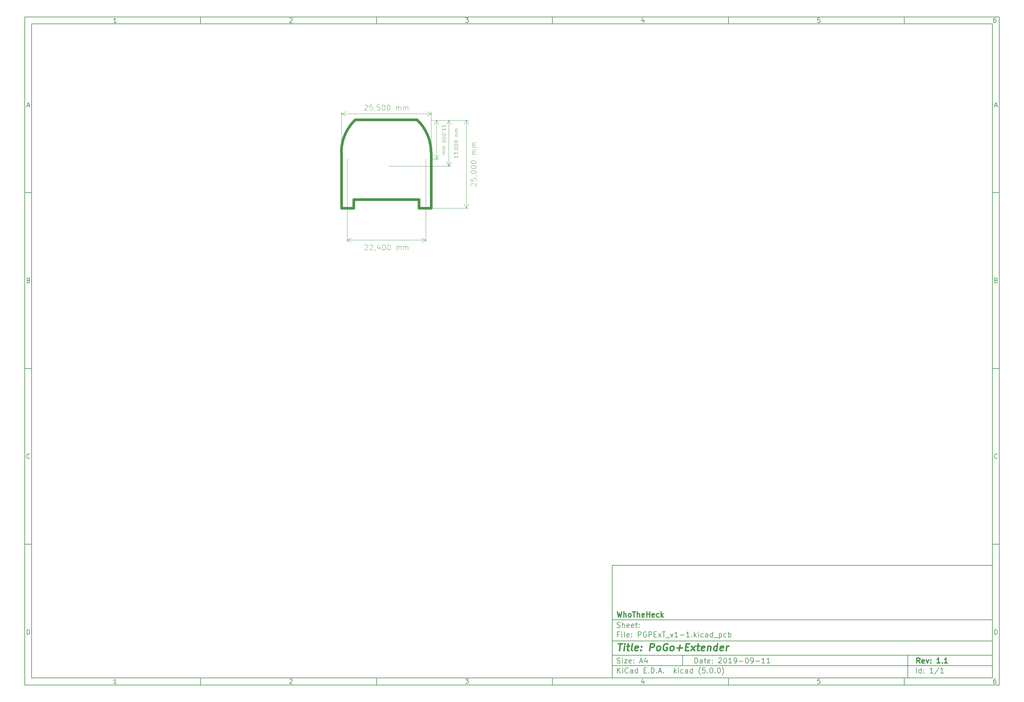
<source format=gbr>
G04 #@! TF.GenerationSoftware,KiCad,Pcbnew,(5.0.0)*
G04 #@! TF.CreationDate,2020-05-01T19:32:20+02:00*
G04 #@! TF.ProjectId,PGPExT_v1-1,5047504578545F76312D312E6B696361,1.1*
G04 #@! TF.SameCoordinates,Original*
G04 #@! TF.FileFunction,Drawing*
%FSLAX46Y46*%
G04 Gerber Fmt 4.6, Leading zero omitted, Abs format (unit mm)*
G04 Created by KiCad (PCBNEW (5.0.0)) date 05/01/20 19:32:20*
%MOMM*%
%LPD*%
G01*
G04 APERTURE LIST*
%ADD10C,0.100000*%
%ADD11C,0.150000*%
%ADD12C,0.300000*%
%ADD13C,0.400000*%
%ADD14C,0.800000*%
G04 APERTURE END LIST*
D10*
D11*
X177002200Y-166007200D02*
X177002200Y-198007200D01*
X285002200Y-198007200D01*
X285002200Y-166007200D01*
X177002200Y-166007200D01*
D10*
D11*
X10000000Y-10000000D02*
X10000000Y-200007200D01*
X287002200Y-200007200D01*
X287002200Y-10000000D01*
X10000000Y-10000000D01*
D10*
D11*
X12000000Y-12000000D02*
X12000000Y-198007200D01*
X285002200Y-198007200D01*
X285002200Y-12000000D01*
X12000000Y-12000000D01*
D10*
D11*
X60000000Y-12000000D02*
X60000000Y-10000000D01*
D10*
D11*
X110000000Y-12000000D02*
X110000000Y-10000000D01*
D10*
D11*
X160000000Y-12000000D02*
X160000000Y-10000000D01*
D10*
D11*
X210000000Y-12000000D02*
X210000000Y-10000000D01*
D10*
D11*
X260000000Y-12000000D02*
X260000000Y-10000000D01*
D10*
D11*
X36065476Y-11588095D02*
X35322619Y-11588095D01*
X35694047Y-11588095D02*
X35694047Y-10288095D01*
X35570238Y-10473809D01*
X35446428Y-10597619D01*
X35322619Y-10659523D01*
D10*
D11*
X85322619Y-10411904D02*
X85384523Y-10350000D01*
X85508333Y-10288095D01*
X85817857Y-10288095D01*
X85941666Y-10350000D01*
X86003571Y-10411904D01*
X86065476Y-10535714D01*
X86065476Y-10659523D01*
X86003571Y-10845238D01*
X85260714Y-11588095D01*
X86065476Y-11588095D01*
D10*
D11*
X135260714Y-10288095D02*
X136065476Y-10288095D01*
X135632142Y-10783333D01*
X135817857Y-10783333D01*
X135941666Y-10845238D01*
X136003571Y-10907142D01*
X136065476Y-11030952D01*
X136065476Y-11340476D01*
X136003571Y-11464285D01*
X135941666Y-11526190D01*
X135817857Y-11588095D01*
X135446428Y-11588095D01*
X135322619Y-11526190D01*
X135260714Y-11464285D01*
D10*
D11*
X185941666Y-10721428D02*
X185941666Y-11588095D01*
X185632142Y-10226190D02*
X185322619Y-11154761D01*
X186127380Y-11154761D01*
D10*
D11*
X236003571Y-10288095D02*
X235384523Y-10288095D01*
X235322619Y-10907142D01*
X235384523Y-10845238D01*
X235508333Y-10783333D01*
X235817857Y-10783333D01*
X235941666Y-10845238D01*
X236003571Y-10907142D01*
X236065476Y-11030952D01*
X236065476Y-11340476D01*
X236003571Y-11464285D01*
X235941666Y-11526190D01*
X235817857Y-11588095D01*
X235508333Y-11588095D01*
X235384523Y-11526190D01*
X235322619Y-11464285D01*
D10*
D11*
X285941666Y-10288095D02*
X285694047Y-10288095D01*
X285570238Y-10350000D01*
X285508333Y-10411904D01*
X285384523Y-10597619D01*
X285322619Y-10845238D01*
X285322619Y-11340476D01*
X285384523Y-11464285D01*
X285446428Y-11526190D01*
X285570238Y-11588095D01*
X285817857Y-11588095D01*
X285941666Y-11526190D01*
X286003571Y-11464285D01*
X286065476Y-11340476D01*
X286065476Y-11030952D01*
X286003571Y-10907142D01*
X285941666Y-10845238D01*
X285817857Y-10783333D01*
X285570238Y-10783333D01*
X285446428Y-10845238D01*
X285384523Y-10907142D01*
X285322619Y-11030952D01*
D10*
D11*
X60000000Y-198007200D02*
X60000000Y-200007200D01*
D10*
D11*
X110000000Y-198007200D02*
X110000000Y-200007200D01*
D10*
D11*
X160000000Y-198007200D02*
X160000000Y-200007200D01*
D10*
D11*
X210000000Y-198007200D02*
X210000000Y-200007200D01*
D10*
D11*
X260000000Y-198007200D02*
X260000000Y-200007200D01*
D10*
D11*
X36065476Y-199595295D02*
X35322619Y-199595295D01*
X35694047Y-199595295D02*
X35694047Y-198295295D01*
X35570238Y-198481009D01*
X35446428Y-198604819D01*
X35322619Y-198666723D01*
D10*
D11*
X85322619Y-198419104D02*
X85384523Y-198357200D01*
X85508333Y-198295295D01*
X85817857Y-198295295D01*
X85941666Y-198357200D01*
X86003571Y-198419104D01*
X86065476Y-198542914D01*
X86065476Y-198666723D01*
X86003571Y-198852438D01*
X85260714Y-199595295D01*
X86065476Y-199595295D01*
D10*
D11*
X135260714Y-198295295D02*
X136065476Y-198295295D01*
X135632142Y-198790533D01*
X135817857Y-198790533D01*
X135941666Y-198852438D01*
X136003571Y-198914342D01*
X136065476Y-199038152D01*
X136065476Y-199347676D01*
X136003571Y-199471485D01*
X135941666Y-199533390D01*
X135817857Y-199595295D01*
X135446428Y-199595295D01*
X135322619Y-199533390D01*
X135260714Y-199471485D01*
D10*
D11*
X185941666Y-198728628D02*
X185941666Y-199595295D01*
X185632142Y-198233390D02*
X185322619Y-199161961D01*
X186127380Y-199161961D01*
D10*
D11*
X236003571Y-198295295D02*
X235384523Y-198295295D01*
X235322619Y-198914342D01*
X235384523Y-198852438D01*
X235508333Y-198790533D01*
X235817857Y-198790533D01*
X235941666Y-198852438D01*
X236003571Y-198914342D01*
X236065476Y-199038152D01*
X236065476Y-199347676D01*
X236003571Y-199471485D01*
X235941666Y-199533390D01*
X235817857Y-199595295D01*
X235508333Y-199595295D01*
X235384523Y-199533390D01*
X235322619Y-199471485D01*
D10*
D11*
X285941666Y-198295295D02*
X285694047Y-198295295D01*
X285570238Y-198357200D01*
X285508333Y-198419104D01*
X285384523Y-198604819D01*
X285322619Y-198852438D01*
X285322619Y-199347676D01*
X285384523Y-199471485D01*
X285446428Y-199533390D01*
X285570238Y-199595295D01*
X285817857Y-199595295D01*
X285941666Y-199533390D01*
X286003571Y-199471485D01*
X286065476Y-199347676D01*
X286065476Y-199038152D01*
X286003571Y-198914342D01*
X285941666Y-198852438D01*
X285817857Y-198790533D01*
X285570238Y-198790533D01*
X285446428Y-198852438D01*
X285384523Y-198914342D01*
X285322619Y-199038152D01*
D10*
D11*
X10000000Y-60000000D02*
X12000000Y-60000000D01*
D10*
D11*
X10000000Y-110000000D02*
X12000000Y-110000000D01*
D10*
D11*
X10000000Y-160000000D02*
X12000000Y-160000000D01*
D10*
D11*
X10690476Y-35216666D02*
X11309523Y-35216666D01*
X10566666Y-35588095D02*
X11000000Y-34288095D01*
X11433333Y-35588095D01*
D10*
D11*
X11092857Y-84907142D02*
X11278571Y-84969047D01*
X11340476Y-85030952D01*
X11402380Y-85154761D01*
X11402380Y-85340476D01*
X11340476Y-85464285D01*
X11278571Y-85526190D01*
X11154761Y-85588095D01*
X10659523Y-85588095D01*
X10659523Y-84288095D01*
X11092857Y-84288095D01*
X11216666Y-84350000D01*
X11278571Y-84411904D01*
X11340476Y-84535714D01*
X11340476Y-84659523D01*
X11278571Y-84783333D01*
X11216666Y-84845238D01*
X11092857Y-84907142D01*
X10659523Y-84907142D01*
D10*
D11*
X11402380Y-135464285D02*
X11340476Y-135526190D01*
X11154761Y-135588095D01*
X11030952Y-135588095D01*
X10845238Y-135526190D01*
X10721428Y-135402380D01*
X10659523Y-135278571D01*
X10597619Y-135030952D01*
X10597619Y-134845238D01*
X10659523Y-134597619D01*
X10721428Y-134473809D01*
X10845238Y-134350000D01*
X11030952Y-134288095D01*
X11154761Y-134288095D01*
X11340476Y-134350000D01*
X11402380Y-134411904D01*
D10*
D11*
X10659523Y-185588095D02*
X10659523Y-184288095D01*
X10969047Y-184288095D01*
X11154761Y-184350000D01*
X11278571Y-184473809D01*
X11340476Y-184597619D01*
X11402380Y-184845238D01*
X11402380Y-185030952D01*
X11340476Y-185278571D01*
X11278571Y-185402380D01*
X11154761Y-185526190D01*
X10969047Y-185588095D01*
X10659523Y-185588095D01*
D10*
D11*
X287002200Y-60000000D02*
X285002200Y-60000000D01*
D10*
D11*
X287002200Y-110000000D02*
X285002200Y-110000000D01*
D10*
D11*
X287002200Y-160000000D02*
X285002200Y-160000000D01*
D10*
D11*
X285692676Y-35216666D02*
X286311723Y-35216666D01*
X285568866Y-35588095D02*
X286002200Y-34288095D01*
X286435533Y-35588095D01*
D10*
D11*
X286095057Y-84907142D02*
X286280771Y-84969047D01*
X286342676Y-85030952D01*
X286404580Y-85154761D01*
X286404580Y-85340476D01*
X286342676Y-85464285D01*
X286280771Y-85526190D01*
X286156961Y-85588095D01*
X285661723Y-85588095D01*
X285661723Y-84288095D01*
X286095057Y-84288095D01*
X286218866Y-84350000D01*
X286280771Y-84411904D01*
X286342676Y-84535714D01*
X286342676Y-84659523D01*
X286280771Y-84783333D01*
X286218866Y-84845238D01*
X286095057Y-84907142D01*
X285661723Y-84907142D01*
D10*
D11*
X286404580Y-135464285D02*
X286342676Y-135526190D01*
X286156961Y-135588095D01*
X286033152Y-135588095D01*
X285847438Y-135526190D01*
X285723628Y-135402380D01*
X285661723Y-135278571D01*
X285599819Y-135030952D01*
X285599819Y-134845238D01*
X285661723Y-134597619D01*
X285723628Y-134473809D01*
X285847438Y-134350000D01*
X286033152Y-134288095D01*
X286156961Y-134288095D01*
X286342676Y-134350000D01*
X286404580Y-134411904D01*
D10*
D11*
X285661723Y-185588095D02*
X285661723Y-184288095D01*
X285971247Y-184288095D01*
X286156961Y-184350000D01*
X286280771Y-184473809D01*
X286342676Y-184597619D01*
X286404580Y-184845238D01*
X286404580Y-185030952D01*
X286342676Y-185278571D01*
X286280771Y-185402380D01*
X286156961Y-185526190D01*
X285971247Y-185588095D01*
X285661723Y-185588095D01*
D10*
D11*
X200434342Y-193785771D02*
X200434342Y-192285771D01*
X200791485Y-192285771D01*
X201005771Y-192357200D01*
X201148628Y-192500057D01*
X201220057Y-192642914D01*
X201291485Y-192928628D01*
X201291485Y-193142914D01*
X201220057Y-193428628D01*
X201148628Y-193571485D01*
X201005771Y-193714342D01*
X200791485Y-193785771D01*
X200434342Y-193785771D01*
X202577200Y-193785771D02*
X202577200Y-193000057D01*
X202505771Y-192857200D01*
X202362914Y-192785771D01*
X202077200Y-192785771D01*
X201934342Y-192857200D01*
X202577200Y-193714342D02*
X202434342Y-193785771D01*
X202077200Y-193785771D01*
X201934342Y-193714342D01*
X201862914Y-193571485D01*
X201862914Y-193428628D01*
X201934342Y-193285771D01*
X202077200Y-193214342D01*
X202434342Y-193214342D01*
X202577200Y-193142914D01*
X203077200Y-192785771D02*
X203648628Y-192785771D01*
X203291485Y-192285771D02*
X203291485Y-193571485D01*
X203362914Y-193714342D01*
X203505771Y-193785771D01*
X203648628Y-193785771D01*
X204720057Y-193714342D02*
X204577200Y-193785771D01*
X204291485Y-193785771D01*
X204148628Y-193714342D01*
X204077200Y-193571485D01*
X204077200Y-193000057D01*
X204148628Y-192857200D01*
X204291485Y-192785771D01*
X204577200Y-192785771D01*
X204720057Y-192857200D01*
X204791485Y-193000057D01*
X204791485Y-193142914D01*
X204077200Y-193285771D01*
X205434342Y-193642914D02*
X205505771Y-193714342D01*
X205434342Y-193785771D01*
X205362914Y-193714342D01*
X205434342Y-193642914D01*
X205434342Y-193785771D01*
X205434342Y-192857200D02*
X205505771Y-192928628D01*
X205434342Y-193000057D01*
X205362914Y-192928628D01*
X205434342Y-192857200D01*
X205434342Y-193000057D01*
X207220057Y-192428628D02*
X207291485Y-192357200D01*
X207434342Y-192285771D01*
X207791485Y-192285771D01*
X207934342Y-192357200D01*
X208005771Y-192428628D01*
X208077200Y-192571485D01*
X208077200Y-192714342D01*
X208005771Y-192928628D01*
X207148628Y-193785771D01*
X208077200Y-193785771D01*
X209005771Y-192285771D02*
X209148628Y-192285771D01*
X209291485Y-192357200D01*
X209362914Y-192428628D01*
X209434342Y-192571485D01*
X209505771Y-192857200D01*
X209505771Y-193214342D01*
X209434342Y-193500057D01*
X209362914Y-193642914D01*
X209291485Y-193714342D01*
X209148628Y-193785771D01*
X209005771Y-193785771D01*
X208862914Y-193714342D01*
X208791485Y-193642914D01*
X208720057Y-193500057D01*
X208648628Y-193214342D01*
X208648628Y-192857200D01*
X208720057Y-192571485D01*
X208791485Y-192428628D01*
X208862914Y-192357200D01*
X209005771Y-192285771D01*
X210934342Y-193785771D02*
X210077200Y-193785771D01*
X210505771Y-193785771D02*
X210505771Y-192285771D01*
X210362914Y-192500057D01*
X210220057Y-192642914D01*
X210077200Y-192714342D01*
X211648628Y-193785771D02*
X211934342Y-193785771D01*
X212077200Y-193714342D01*
X212148628Y-193642914D01*
X212291485Y-193428628D01*
X212362914Y-193142914D01*
X212362914Y-192571485D01*
X212291485Y-192428628D01*
X212220057Y-192357200D01*
X212077200Y-192285771D01*
X211791485Y-192285771D01*
X211648628Y-192357200D01*
X211577200Y-192428628D01*
X211505771Y-192571485D01*
X211505771Y-192928628D01*
X211577200Y-193071485D01*
X211648628Y-193142914D01*
X211791485Y-193214342D01*
X212077200Y-193214342D01*
X212220057Y-193142914D01*
X212291485Y-193071485D01*
X212362914Y-192928628D01*
X213005771Y-193214342D02*
X214148628Y-193214342D01*
X215148628Y-192285771D02*
X215291485Y-192285771D01*
X215434342Y-192357200D01*
X215505771Y-192428628D01*
X215577200Y-192571485D01*
X215648628Y-192857200D01*
X215648628Y-193214342D01*
X215577200Y-193500057D01*
X215505771Y-193642914D01*
X215434342Y-193714342D01*
X215291485Y-193785771D01*
X215148628Y-193785771D01*
X215005771Y-193714342D01*
X214934342Y-193642914D01*
X214862914Y-193500057D01*
X214791485Y-193214342D01*
X214791485Y-192857200D01*
X214862914Y-192571485D01*
X214934342Y-192428628D01*
X215005771Y-192357200D01*
X215148628Y-192285771D01*
X216362914Y-193785771D02*
X216648628Y-193785771D01*
X216791485Y-193714342D01*
X216862914Y-193642914D01*
X217005771Y-193428628D01*
X217077200Y-193142914D01*
X217077200Y-192571485D01*
X217005771Y-192428628D01*
X216934342Y-192357200D01*
X216791485Y-192285771D01*
X216505771Y-192285771D01*
X216362914Y-192357200D01*
X216291485Y-192428628D01*
X216220057Y-192571485D01*
X216220057Y-192928628D01*
X216291485Y-193071485D01*
X216362914Y-193142914D01*
X216505771Y-193214342D01*
X216791485Y-193214342D01*
X216934342Y-193142914D01*
X217005771Y-193071485D01*
X217077200Y-192928628D01*
X217720057Y-193214342D02*
X218862914Y-193214342D01*
X220362914Y-193785771D02*
X219505771Y-193785771D01*
X219934342Y-193785771D02*
X219934342Y-192285771D01*
X219791485Y-192500057D01*
X219648628Y-192642914D01*
X219505771Y-192714342D01*
X221791485Y-193785771D02*
X220934342Y-193785771D01*
X221362914Y-193785771D02*
X221362914Y-192285771D01*
X221220057Y-192500057D01*
X221077200Y-192642914D01*
X220934342Y-192714342D01*
D10*
D11*
X177002200Y-194507200D02*
X285002200Y-194507200D01*
D10*
D11*
X178434342Y-196585771D02*
X178434342Y-195085771D01*
X179291485Y-196585771D02*
X178648628Y-195728628D01*
X179291485Y-195085771D02*
X178434342Y-195942914D01*
X179934342Y-196585771D02*
X179934342Y-195585771D01*
X179934342Y-195085771D02*
X179862914Y-195157200D01*
X179934342Y-195228628D01*
X180005771Y-195157200D01*
X179934342Y-195085771D01*
X179934342Y-195228628D01*
X181505771Y-196442914D02*
X181434342Y-196514342D01*
X181220057Y-196585771D01*
X181077200Y-196585771D01*
X180862914Y-196514342D01*
X180720057Y-196371485D01*
X180648628Y-196228628D01*
X180577200Y-195942914D01*
X180577200Y-195728628D01*
X180648628Y-195442914D01*
X180720057Y-195300057D01*
X180862914Y-195157200D01*
X181077200Y-195085771D01*
X181220057Y-195085771D01*
X181434342Y-195157200D01*
X181505771Y-195228628D01*
X182791485Y-196585771D02*
X182791485Y-195800057D01*
X182720057Y-195657200D01*
X182577200Y-195585771D01*
X182291485Y-195585771D01*
X182148628Y-195657200D01*
X182791485Y-196514342D02*
X182648628Y-196585771D01*
X182291485Y-196585771D01*
X182148628Y-196514342D01*
X182077200Y-196371485D01*
X182077200Y-196228628D01*
X182148628Y-196085771D01*
X182291485Y-196014342D01*
X182648628Y-196014342D01*
X182791485Y-195942914D01*
X184148628Y-196585771D02*
X184148628Y-195085771D01*
X184148628Y-196514342D02*
X184005771Y-196585771D01*
X183720057Y-196585771D01*
X183577200Y-196514342D01*
X183505771Y-196442914D01*
X183434342Y-196300057D01*
X183434342Y-195871485D01*
X183505771Y-195728628D01*
X183577200Y-195657200D01*
X183720057Y-195585771D01*
X184005771Y-195585771D01*
X184148628Y-195657200D01*
X186005771Y-195800057D02*
X186505771Y-195800057D01*
X186720057Y-196585771D02*
X186005771Y-196585771D01*
X186005771Y-195085771D01*
X186720057Y-195085771D01*
X187362914Y-196442914D02*
X187434342Y-196514342D01*
X187362914Y-196585771D01*
X187291485Y-196514342D01*
X187362914Y-196442914D01*
X187362914Y-196585771D01*
X188077200Y-196585771D02*
X188077200Y-195085771D01*
X188434342Y-195085771D01*
X188648628Y-195157200D01*
X188791485Y-195300057D01*
X188862914Y-195442914D01*
X188934342Y-195728628D01*
X188934342Y-195942914D01*
X188862914Y-196228628D01*
X188791485Y-196371485D01*
X188648628Y-196514342D01*
X188434342Y-196585771D01*
X188077200Y-196585771D01*
X189577200Y-196442914D02*
X189648628Y-196514342D01*
X189577200Y-196585771D01*
X189505771Y-196514342D01*
X189577200Y-196442914D01*
X189577200Y-196585771D01*
X190220057Y-196157200D02*
X190934342Y-196157200D01*
X190077200Y-196585771D02*
X190577200Y-195085771D01*
X191077200Y-196585771D01*
X191577200Y-196442914D02*
X191648628Y-196514342D01*
X191577200Y-196585771D01*
X191505771Y-196514342D01*
X191577200Y-196442914D01*
X191577200Y-196585771D01*
X194577200Y-196585771D02*
X194577200Y-195085771D01*
X194720057Y-196014342D02*
X195148628Y-196585771D01*
X195148628Y-195585771D02*
X194577200Y-196157200D01*
X195791485Y-196585771D02*
X195791485Y-195585771D01*
X195791485Y-195085771D02*
X195720057Y-195157200D01*
X195791485Y-195228628D01*
X195862914Y-195157200D01*
X195791485Y-195085771D01*
X195791485Y-195228628D01*
X197148628Y-196514342D02*
X197005771Y-196585771D01*
X196720057Y-196585771D01*
X196577200Y-196514342D01*
X196505771Y-196442914D01*
X196434342Y-196300057D01*
X196434342Y-195871485D01*
X196505771Y-195728628D01*
X196577200Y-195657200D01*
X196720057Y-195585771D01*
X197005771Y-195585771D01*
X197148628Y-195657200D01*
X198434342Y-196585771D02*
X198434342Y-195800057D01*
X198362914Y-195657200D01*
X198220057Y-195585771D01*
X197934342Y-195585771D01*
X197791485Y-195657200D01*
X198434342Y-196514342D02*
X198291485Y-196585771D01*
X197934342Y-196585771D01*
X197791485Y-196514342D01*
X197720057Y-196371485D01*
X197720057Y-196228628D01*
X197791485Y-196085771D01*
X197934342Y-196014342D01*
X198291485Y-196014342D01*
X198434342Y-195942914D01*
X199791485Y-196585771D02*
X199791485Y-195085771D01*
X199791485Y-196514342D02*
X199648628Y-196585771D01*
X199362914Y-196585771D01*
X199220057Y-196514342D01*
X199148628Y-196442914D01*
X199077200Y-196300057D01*
X199077200Y-195871485D01*
X199148628Y-195728628D01*
X199220057Y-195657200D01*
X199362914Y-195585771D01*
X199648628Y-195585771D01*
X199791485Y-195657200D01*
X202077200Y-197157200D02*
X202005771Y-197085771D01*
X201862914Y-196871485D01*
X201791485Y-196728628D01*
X201720057Y-196514342D01*
X201648628Y-196157200D01*
X201648628Y-195871485D01*
X201720057Y-195514342D01*
X201791485Y-195300057D01*
X201862914Y-195157200D01*
X202005771Y-194942914D01*
X202077200Y-194871485D01*
X203362914Y-195085771D02*
X202648628Y-195085771D01*
X202577200Y-195800057D01*
X202648628Y-195728628D01*
X202791485Y-195657200D01*
X203148628Y-195657200D01*
X203291485Y-195728628D01*
X203362914Y-195800057D01*
X203434342Y-195942914D01*
X203434342Y-196300057D01*
X203362914Y-196442914D01*
X203291485Y-196514342D01*
X203148628Y-196585771D01*
X202791485Y-196585771D01*
X202648628Y-196514342D01*
X202577200Y-196442914D01*
X204077200Y-196442914D02*
X204148628Y-196514342D01*
X204077200Y-196585771D01*
X204005771Y-196514342D01*
X204077200Y-196442914D01*
X204077200Y-196585771D01*
X205077200Y-195085771D02*
X205220057Y-195085771D01*
X205362914Y-195157200D01*
X205434342Y-195228628D01*
X205505771Y-195371485D01*
X205577200Y-195657200D01*
X205577200Y-196014342D01*
X205505771Y-196300057D01*
X205434342Y-196442914D01*
X205362914Y-196514342D01*
X205220057Y-196585771D01*
X205077200Y-196585771D01*
X204934342Y-196514342D01*
X204862914Y-196442914D01*
X204791485Y-196300057D01*
X204720057Y-196014342D01*
X204720057Y-195657200D01*
X204791485Y-195371485D01*
X204862914Y-195228628D01*
X204934342Y-195157200D01*
X205077200Y-195085771D01*
X206220057Y-196442914D02*
X206291485Y-196514342D01*
X206220057Y-196585771D01*
X206148628Y-196514342D01*
X206220057Y-196442914D01*
X206220057Y-196585771D01*
X207220057Y-195085771D02*
X207362914Y-195085771D01*
X207505771Y-195157200D01*
X207577200Y-195228628D01*
X207648628Y-195371485D01*
X207720057Y-195657200D01*
X207720057Y-196014342D01*
X207648628Y-196300057D01*
X207577200Y-196442914D01*
X207505771Y-196514342D01*
X207362914Y-196585771D01*
X207220057Y-196585771D01*
X207077200Y-196514342D01*
X207005771Y-196442914D01*
X206934342Y-196300057D01*
X206862914Y-196014342D01*
X206862914Y-195657200D01*
X206934342Y-195371485D01*
X207005771Y-195228628D01*
X207077200Y-195157200D01*
X207220057Y-195085771D01*
X208220057Y-197157200D02*
X208291485Y-197085771D01*
X208434342Y-196871485D01*
X208505771Y-196728628D01*
X208577200Y-196514342D01*
X208648628Y-196157200D01*
X208648628Y-195871485D01*
X208577200Y-195514342D01*
X208505771Y-195300057D01*
X208434342Y-195157200D01*
X208291485Y-194942914D01*
X208220057Y-194871485D01*
D10*
D11*
X177002200Y-191507200D02*
X285002200Y-191507200D01*
D10*
D12*
X264411485Y-193785771D02*
X263911485Y-193071485D01*
X263554342Y-193785771D02*
X263554342Y-192285771D01*
X264125771Y-192285771D01*
X264268628Y-192357200D01*
X264340057Y-192428628D01*
X264411485Y-192571485D01*
X264411485Y-192785771D01*
X264340057Y-192928628D01*
X264268628Y-193000057D01*
X264125771Y-193071485D01*
X263554342Y-193071485D01*
X265625771Y-193714342D02*
X265482914Y-193785771D01*
X265197200Y-193785771D01*
X265054342Y-193714342D01*
X264982914Y-193571485D01*
X264982914Y-193000057D01*
X265054342Y-192857200D01*
X265197200Y-192785771D01*
X265482914Y-192785771D01*
X265625771Y-192857200D01*
X265697200Y-193000057D01*
X265697200Y-193142914D01*
X264982914Y-193285771D01*
X266197200Y-192785771D02*
X266554342Y-193785771D01*
X266911485Y-192785771D01*
X267482914Y-193642914D02*
X267554342Y-193714342D01*
X267482914Y-193785771D01*
X267411485Y-193714342D01*
X267482914Y-193642914D01*
X267482914Y-193785771D01*
X267482914Y-192857200D02*
X267554342Y-192928628D01*
X267482914Y-193000057D01*
X267411485Y-192928628D01*
X267482914Y-192857200D01*
X267482914Y-193000057D01*
X270125771Y-193785771D02*
X269268628Y-193785771D01*
X269697200Y-193785771D02*
X269697200Y-192285771D01*
X269554342Y-192500057D01*
X269411485Y-192642914D01*
X269268628Y-192714342D01*
X270768628Y-193642914D02*
X270840057Y-193714342D01*
X270768628Y-193785771D01*
X270697200Y-193714342D01*
X270768628Y-193642914D01*
X270768628Y-193785771D01*
X272268628Y-193785771D02*
X271411485Y-193785771D01*
X271840057Y-193785771D02*
X271840057Y-192285771D01*
X271697200Y-192500057D01*
X271554342Y-192642914D01*
X271411485Y-192714342D01*
D10*
D11*
X178362914Y-193714342D02*
X178577200Y-193785771D01*
X178934342Y-193785771D01*
X179077200Y-193714342D01*
X179148628Y-193642914D01*
X179220057Y-193500057D01*
X179220057Y-193357200D01*
X179148628Y-193214342D01*
X179077200Y-193142914D01*
X178934342Y-193071485D01*
X178648628Y-193000057D01*
X178505771Y-192928628D01*
X178434342Y-192857200D01*
X178362914Y-192714342D01*
X178362914Y-192571485D01*
X178434342Y-192428628D01*
X178505771Y-192357200D01*
X178648628Y-192285771D01*
X179005771Y-192285771D01*
X179220057Y-192357200D01*
X179862914Y-193785771D02*
X179862914Y-192785771D01*
X179862914Y-192285771D02*
X179791485Y-192357200D01*
X179862914Y-192428628D01*
X179934342Y-192357200D01*
X179862914Y-192285771D01*
X179862914Y-192428628D01*
X180434342Y-192785771D02*
X181220057Y-192785771D01*
X180434342Y-193785771D01*
X181220057Y-193785771D01*
X182362914Y-193714342D02*
X182220057Y-193785771D01*
X181934342Y-193785771D01*
X181791485Y-193714342D01*
X181720057Y-193571485D01*
X181720057Y-193000057D01*
X181791485Y-192857200D01*
X181934342Y-192785771D01*
X182220057Y-192785771D01*
X182362914Y-192857200D01*
X182434342Y-193000057D01*
X182434342Y-193142914D01*
X181720057Y-193285771D01*
X183077200Y-193642914D02*
X183148628Y-193714342D01*
X183077200Y-193785771D01*
X183005771Y-193714342D01*
X183077200Y-193642914D01*
X183077200Y-193785771D01*
X183077200Y-192857200D02*
X183148628Y-192928628D01*
X183077200Y-193000057D01*
X183005771Y-192928628D01*
X183077200Y-192857200D01*
X183077200Y-193000057D01*
X184862914Y-193357200D02*
X185577200Y-193357200D01*
X184720057Y-193785771D02*
X185220057Y-192285771D01*
X185720057Y-193785771D01*
X186862914Y-192785771D02*
X186862914Y-193785771D01*
X186505771Y-192214342D02*
X186148628Y-193285771D01*
X187077200Y-193285771D01*
D10*
D11*
X263434342Y-196585771D02*
X263434342Y-195085771D01*
X264791485Y-196585771D02*
X264791485Y-195085771D01*
X264791485Y-196514342D02*
X264648628Y-196585771D01*
X264362914Y-196585771D01*
X264220057Y-196514342D01*
X264148628Y-196442914D01*
X264077200Y-196300057D01*
X264077200Y-195871485D01*
X264148628Y-195728628D01*
X264220057Y-195657200D01*
X264362914Y-195585771D01*
X264648628Y-195585771D01*
X264791485Y-195657200D01*
X265505771Y-196442914D02*
X265577200Y-196514342D01*
X265505771Y-196585771D01*
X265434342Y-196514342D01*
X265505771Y-196442914D01*
X265505771Y-196585771D01*
X265505771Y-195657200D02*
X265577200Y-195728628D01*
X265505771Y-195800057D01*
X265434342Y-195728628D01*
X265505771Y-195657200D01*
X265505771Y-195800057D01*
X268148628Y-196585771D02*
X267291485Y-196585771D01*
X267720057Y-196585771D02*
X267720057Y-195085771D01*
X267577200Y-195300057D01*
X267434342Y-195442914D01*
X267291485Y-195514342D01*
X269862914Y-195014342D02*
X268577200Y-196942914D01*
X271148628Y-196585771D02*
X270291485Y-196585771D01*
X270720057Y-196585771D02*
X270720057Y-195085771D01*
X270577200Y-195300057D01*
X270434342Y-195442914D01*
X270291485Y-195514342D01*
D10*
D11*
X177002200Y-187507200D02*
X285002200Y-187507200D01*
D10*
D13*
X178714580Y-188211961D02*
X179857438Y-188211961D01*
X179036009Y-190211961D02*
X179286009Y-188211961D01*
X180274104Y-190211961D02*
X180440771Y-188878628D01*
X180524104Y-188211961D02*
X180416961Y-188307200D01*
X180500295Y-188402438D01*
X180607438Y-188307200D01*
X180524104Y-188211961D01*
X180500295Y-188402438D01*
X181107438Y-188878628D02*
X181869342Y-188878628D01*
X181476485Y-188211961D02*
X181262200Y-189926247D01*
X181333628Y-190116723D01*
X181512200Y-190211961D01*
X181702676Y-190211961D01*
X182655057Y-190211961D02*
X182476485Y-190116723D01*
X182405057Y-189926247D01*
X182619342Y-188211961D01*
X184190771Y-190116723D02*
X183988390Y-190211961D01*
X183607438Y-190211961D01*
X183428866Y-190116723D01*
X183357438Y-189926247D01*
X183452676Y-189164342D01*
X183571723Y-188973866D01*
X183774104Y-188878628D01*
X184155057Y-188878628D01*
X184333628Y-188973866D01*
X184405057Y-189164342D01*
X184381247Y-189354819D01*
X183405057Y-189545295D01*
X185155057Y-190021485D02*
X185238390Y-190116723D01*
X185131247Y-190211961D01*
X185047914Y-190116723D01*
X185155057Y-190021485D01*
X185131247Y-190211961D01*
X185286009Y-188973866D02*
X185369342Y-189069104D01*
X185262200Y-189164342D01*
X185178866Y-189069104D01*
X185286009Y-188973866D01*
X185262200Y-189164342D01*
X187607438Y-190211961D02*
X187857438Y-188211961D01*
X188619342Y-188211961D01*
X188797914Y-188307200D01*
X188881247Y-188402438D01*
X188952676Y-188592914D01*
X188916961Y-188878628D01*
X188797914Y-189069104D01*
X188690771Y-189164342D01*
X188488390Y-189259580D01*
X187726485Y-189259580D01*
X189893152Y-190211961D02*
X189714580Y-190116723D01*
X189631247Y-190021485D01*
X189559819Y-189831009D01*
X189631247Y-189259580D01*
X189750295Y-189069104D01*
X189857438Y-188973866D01*
X190059819Y-188878628D01*
X190345533Y-188878628D01*
X190524104Y-188973866D01*
X190607438Y-189069104D01*
X190678866Y-189259580D01*
X190607438Y-189831009D01*
X190488390Y-190021485D01*
X190381247Y-190116723D01*
X190178866Y-190211961D01*
X189893152Y-190211961D01*
X192702676Y-188307200D02*
X192524104Y-188211961D01*
X192238390Y-188211961D01*
X191940771Y-188307200D01*
X191726485Y-188497676D01*
X191607438Y-188688152D01*
X191464580Y-189069104D01*
X191428866Y-189354819D01*
X191476485Y-189735771D01*
X191547914Y-189926247D01*
X191714580Y-190116723D01*
X191988390Y-190211961D01*
X192178866Y-190211961D01*
X192476485Y-190116723D01*
X192583628Y-190021485D01*
X192666961Y-189354819D01*
X192286009Y-189354819D01*
X193702676Y-190211961D02*
X193524104Y-190116723D01*
X193440771Y-190021485D01*
X193369342Y-189831009D01*
X193440771Y-189259580D01*
X193559819Y-189069104D01*
X193666961Y-188973866D01*
X193869342Y-188878628D01*
X194155057Y-188878628D01*
X194333628Y-188973866D01*
X194416961Y-189069104D01*
X194488390Y-189259580D01*
X194416961Y-189831009D01*
X194297914Y-190021485D01*
X194190771Y-190116723D01*
X193988390Y-190211961D01*
X193702676Y-190211961D01*
X195321723Y-189450057D02*
X196845533Y-189450057D01*
X195988390Y-190211961D02*
X196178866Y-188688152D01*
X197833628Y-189164342D02*
X198500295Y-189164342D01*
X198655057Y-190211961D02*
X197702676Y-190211961D01*
X197952676Y-188211961D01*
X198905057Y-188211961D01*
X199321723Y-190211961D02*
X200536009Y-188878628D01*
X199488390Y-188878628D02*
X200369342Y-190211961D01*
X201012200Y-188878628D02*
X201774104Y-188878628D01*
X201381247Y-188211961D02*
X201166961Y-189926247D01*
X201238390Y-190116723D01*
X201416961Y-190211961D01*
X201607438Y-190211961D01*
X203047914Y-190116723D02*
X202845533Y-190211961D01*
X202464580Y-190211961D01*
X202286009Y-190116723D01*
X202214580Y-189926247D01*
X202309819Y-189164342D01*
X202428866Y-188973866D01*
X202631247Y-188878628D01*
X203012200Y-188878628D01*
X203190771Y-188973866D01*
X203262200Y-189164342D01*
X203238390Y-189354819D01*
X202262200Y-189545295D01*
X204155057Y-188878628D02*
X203988390Y-190211961D01*
X204131247Y-189069104D02*
X204238390Y-188973866D01*
X204440771Y-188878628D01*
X204726485Y-188878628D01*
X204905057Y-188973866D01*
X204976485Y-189164342D01*
X204845533Y-190211961D01*
X206655057Y-190211961D02*
X206905057Y-188211961D01*
X206666961Y-190116723D02*
X206464580Y-190211961D01*
X206083628Y-190211961D01*
X205905057Y-190116723D01*
X205821723Y-190021485D01*
X205750295Y-189831009D01*
X205821723Y-189259580D01*
X205940771Y-189069104D01*
X206047914Y-188973866D01*
X206250295Y-188878628D01*
X206631247Y-188878628D01*
X206809819Y-188973866D01*
X208381247Y-190116723D02*
X208178866Y-190211961D01*
X207797914Y-190211961D01*
X207619342Y-190116723D01*
X207547914Y-189926247D01*
X207643152Y-189164342D01*
X207762200Y-188973866D01*
X207964580Y-188878628D01*
X208345533Y-188878628D01*
X208524104Y-188973866D01*
X208595533Y-189164342D01*
X208571723Y-189354819D01*
X207595533Y-189545295D01*
X209321723Y-190211961D02*
X209488390Y-188878628D01*
X209440771Y-189259580D02*
X209559819Y-189069104D01*
X209666961Y-188973866D01*
X209869342Y-188878628D01*
X210059819Y-188878628D01*
D10*
D11*
X178934342Y-185600057D02*
X178434342Y-185600057D01*
X178434342Y-186385771D02*
X178434342Y-184885771D01*
X179148628Y-184885771D01*
X179720057Y-186385771D02*
X179720057Y-185385771D01*
X179720057Y-184885771D02*
X179648628Y-184957200D01*
X179720057Y-185028628D01*
X179791485Y-184957200D01*
X179720057Y-184885771D01*
X179720057Y-185028628D01*
X180648628Y-186385771D02*
X180505771Y-186314342D01*
X180434342Y-186171485D01*
X180434342Y-184885771D01*
X181791485Y-186314342D02*
X181648628Y-186385771D01*
X181362914Y-186385771D01*
X181220057Y-186314342D01*
X181148628Y-186171485D01*
X181148628Y-185600057D01*
X181220057Y-185457200D01*
X181362914Y-185385771D01*
X181648628Y-185385771D01*
X181791485Y-185457200D01*
X181862914Y-185600057D01*
X181862914Y-185742914D01*
X181148628Y-185885771D01*
X182505771Y-186242914D02*
X182577200Y-186314342D01*
X182505771Y-186385771D01*
X182434342Y-186314342D01*
X182505771Y-186242914D01*
X182505771Y-186385771D01*
X182505771Y-185457200D02*
X182577200Y-185528628D01*
X182505771Y-185600057D01*
X182434342Y-185528628D01*
X182505771Y-185457200D01*
X182505771Y-185600057D01*
X184362914Y-186385771D02*
X184362914Y-184885771D01*
X184934342Y-184885771D01*
X185077200Y-184957200D01*
X185148628Y-185028628D01*
X185220057Y-185171485D01*
X185220057Y-185385771D01*
X185148628Y-185528628D01*
X185077200Y-185600057D01*
X184934342Y-185671485D01*
X184362914Y-185671485D01*
X186648628Y-184957200D02*
X186505771Y-184885771D01*
X186291485Y-184885771D01*
X186077200Y-184957200D01*
X185934342Y-185100057D01*
X185862914Y-185242914D01*
X185791485Y-185528628D01*
X185791485Y-185742914D01*
X185862914Y-186028628D01*
X185934342Y-186171485D01*
X186077200Y-186314342D01*
X186291485Y-186385771D01*
X186434342Y-186385771D01*
X186648628Y-186314342D01*
X186720057Y-186242914D01*
X186720057Y-185742914D01*
X186434342Y-185742914D01*
X187362914Y-186385771D02*
X187362914Y-184885771D01*
X187934342Y-184885771D01*
X188077200Y-184957200D01*
X188148628Y-185028628D01*
X188220057Y-185171485D01*
X188220057Y-185385771D01*
X188148628Y-185528628D01*
X188077200Y-185600057D01*
X187934342Y-185671485D01*
X187362914Y-185671485D01*
X188862914Y-185600057D02*
X189362914Y-185600057D01*
X189577200Y-186385771D02*
X188862914Y-186385771D01*
X188862914Y-184885771D01*
X189577200Y-184885771D01*
X190077200Y-186385771D02*
X190862914Y-185385771D01*
X190077200Y-185385771D02*
X190862914Y-186385771D01*
X191220057Y-184885771D02*
X192077200Y-184885771D01*
X191648628Y-186385771D02*
X191648628Y-184885771D01*
X192220057Y-186528628D02*
X193362914Y-186528628D01*
X193577200Y-185385771D02*
X193934342Y-186385771D01*
X194291485Y-185385771D01*
X195648628Y-186385771D02*
X194791485Y-186385771D01*
X195220057Y-186385771D02*
X195220057Y-184885771D01*
X195077200Y-185100057D01*
X194934342Y-185242914D01*
X194791485Y-185314342D01*
X196291485Y-185814342D02*
X197434342Y-185814342D01*
X198934342Y-186385771D02*
X198077200Y-186385771D01*
X198505771Y-186385771D02*
X198505771Y-184885771D01*
X198362914Y-185100057D01*
X198220057Y-185242914D01*
X198077200Y-185314342D01*
X199577200Y-186242914D02*
X199648628Y-186314342D01*
X199577200Y-186385771D01*
X199505771Y-186314342D01*
X199577200Y-186242914D01*
X199577200Y-186385771D01*
X200291485Y-186385771D02*
X200291485Y-184885771D01*
X200434342Y-185814342D02*
X200862914Y-186385771D01*
X200862914Y-185385771D02*
X200291485Y-185957200D01*
X201505771Y-186385771D02*
X201505771Y-185385771D01*
X201505771Y-184885771D02*
X201434342Y-184957200D01*
X201505771Y-185028628D01*
X201577200Y-184957200D01*
X201505771Y-184885771D01*
X201505771Y-185028628D01*
X202862914Y-186314342D02*
X202720057Y-186385771D01*
X202434342Y-186385771D01*
X202291485Y-186314342D01*
X202220057Y-186242914D01*
X202148628Y-186100057D01*
X202148628Y-185671485D01*
X202220057Y-185528628D01*
X202291485Y-185457200D01*
X202434342Y-185385771D01*
X202720057Y-185385771D01*
X202862914Y-185457200D01*
X204148628Y-186385771D02*
X204148628Y-185600057D01*
X204077200Y-185457200D01*
X203934342Y-185385771D01*
X203648628Y-185385771D01*
X203505771Y-185457200D01*
X204148628Y-186314342D02*
X204005771Y-186385771D01*
X203648628Y-186385771D01*
X203505771Y-186314342D01*
X203434342Y-186171485D01*
X203434342Y-186028628D01*
X203505771Y-185885771D01*
X203648628Y-185814342D01*
X204005771Y-185814342D01*
X204148628Y-185742914D01*
X205505771Y-186385771D02*
X205505771Y-184885771D01*
X205505771Y-186314342D02*
X205362914Y-186385771D01*
X205077200Y-186385771D01*
X204934342Y-186314342D01*
X204862914Y-186242914D01*
X204791485Y-186100057D01*
X204791485Y-185671485D01*
X204862914Y-185528628D01*
X204934342Y-185457200D01*
X205077200Y-185385771D01*
X205362914Y-185385771D01*
X205505771Y-185457200D01*
X205862914Y-186528628D02*
X207005771Y-186528628D01*
X207362914Y-185385771D02*
X207362914Y-186885771D01*
X207362914Y-185457200D02*
X207505771Y-185385771D01*
X207791485Y-185385771D01*
X207934342Y-185457200D01*
X208005771Y-185528628D01*
X208077200Y-185671485D01*
X208077200Y-186100057D01*
X208005771Y-186242914D01*
X207934342Y-186314342D01*
X207791485Y-186385771D01*
X207505771Y-186385771D01*
X207362914Y-186314342D01*
X209362914Y-186314342D02*
X209220057Y-186385771D01*
X208934342Y-186385771D01*
X208791485Y-186314342D01*
X208720057Y-186242914D01*
X208648628Y-186100057D01*
X208648628Y-185671485D01*
X208720057Y-185528628D01*
X208791485Y-185457200D01*
X208934342Y-185385771D01*
X209220057Y-185385771D01*
X209362914Y-185457200D01*
X210005771Y-186385771D02*
X210005771Y-184885771D01*
X210005771Y-185457200D02*
X210148628Y-185385771D01*
X210434342Y-185385771D01*
X210577200Y-185457200D01*
X210648628Y-185528628D01*
X210720057Y-185671485D01*
X210720057Y-186100057D01*
X210648628Y-186242914D01*
X210577200Y-186314342D01*
X210434342Y-186385771D01*
X210148628Y-186385771D01*
X210005771Y-186314342D01*
D10*
D11*
X177002200Y-181507200D02*
X285002200Y-181507200D01*
D10*
D11*
X178362914Y-183614342D02*
X178577200Y-183685771D01*
X178934342Y-183685771D01*
X179077200Y-183614342D01*
X179148628Y-183542914D01*
X179220057Y-183400057D01*
X179220057Y-183257200D01*
X179148628Y-183114342D01*
X179077200Y-183042914D01*
X178934342Y-182971485D01*
X178648628Y-182900057D01*
X178505771Y-182828628D01*
X178434342Y-182757200D01*
X178362914Y-182614342D01*
X178362914Y-182471485D01*
X178434342Y-182328628D01*
X178505771Y-182257200D01*
X178648628Y-182185771D01*
X179005771Y-182185771D01*
X179220057Y-182257200D01*
X179862914Y-183685771D02*
X179862914Y-182185771D01*
X180505771Y-183685771D02*
X180505771Y-182900057D01*
X180434342Y-182757200D01*
X180291485Y-182685771D01*
X180077200Y-182685771D01*
X179934342Y-182757200D01*
X179862914Y-182828628D01*
X181791485Y-183614342D02*
X181648628Y-183685771D01*
X181362914Y-183685771D01*
X181220057Y-183614342D01*
X181148628Y-183471485D01*
X181148628Y-182900057D01*
X181220057Y-182757200D01*
X181362914Y-182685771D01*
X181648628Y-182685771D01*
X181791485Y-182757200D01*
X181862914Y-182900057D01*
X181862914Y-183042914D01*
X181148628Y-183185771D01*
X183077200Y-183614342D02*
X182934342Y-183685771D01*
X182648628Y-183685771D01*
X182505771Y-183614342D01*
X182434342Y-183471485D01*
X182434342Y-182900057D01*
X182505771Y-182757200D01*
X182648628Y-182685771D01*
X182934342Y-182685771D01*
X183077200Y-182757200D01*
X183148628Y-182900057D01*
X183148628Y-183042914D01*
X182434342Y-183185771D01*
X183577200Y-182685771D02*
X184148628Y-182685771D01*
X183791485Y-182185771D02*
X183791485Y-183471485D01*
X183862914Y-183614342D01*
X184005771Y-183685771D01*
X184148628Y-183685771D01*
X184648628Y-183542914D02*
X184720057Y-183614342D01*
X184648628Y-183685771D01*
X184577200Y-183614342D01*
X184648628Y-183542914D01*
X184648628Y-183685771D01*
X184648628Y-182757200D02*
X184720057Y-182828628D01*
X184648628Y-182900057D01*
X184577200Y-182828628D01*
X184648628Y-182757200D01*
X184648628Y-182900057D01*
D10*
D12*
X178411485Y-179185771D02*
X178768628Y-180685771D01*
X179054342Y-179614342D01*
X179340057Y-180685771D01*
X179697200Y-179185771D01*
X180268628Y-180685771D02*
X180268628Y-179185771D01*
X180911485Y-180685771D02*
X180911485Y-179900057D01*
X180840057Y-179757200D01*
X180697200Y-179685771D01*
X180482914Y-179685771D01*
X180340057Y-179757200D01*
X180268628Y-179828628D01*
X181840057Y-180685771D02*
X181697200Y-180614342D01*
X181625771Y-180542914D01*
X181554342Y-180400057D01*
X181554342Y-179971485D01*
X181625771Y-179828628D01*
X181697200Y-179757200D01*
X181840057Y-179685771D01*
X182054342Y-179685771D01*
X182197200Y-179757200D01*
X182268628Y-179828628D01*
X182340057Y-179971485D01*
X182340057Y-180400057D01*
X182268628Y-180542914D01*
X182197200Y-180614342D01*
X182054342Y-180685771D01*
X181840057Y-180685771D01*
X182768628Y-179185771D02*
X183625771Y-179185771D01*
X183197200Y-180685771D02*
X183197200Y-179185771D01*
X184125771Y-180685771D02*
X184125771Y-179185771D01*
X184768628Y-180685771D02*
X184768628Y-179900057D01*
X184697200Y-179757200D01*
X184554342Y-179685771D01*
X184340057Y-179685771D01*
X184197200Y-179757200D01*
X184125771Y-179828628D01*
X186054342Y-180614342D02*
X185911485Y-180685771D01*
X185625771Y-180685771D01*
X185482914Y-180614342D01*
X185411485Y-180471485D01*
X185411485Y-179900057D01*
X185482914Y-179757200D01*
X185625771Y-179685771D01*
X185911485Y-179685771D01*
X186054342Y-179757200D01*
X186125771Y-179900057D01*
X186125771Y-180042914D01*
X185411485Y-180185771D01*
X186768628Y-180685771D02*
X186768628Y-179185771D01*
X186768628Y-179900057D02*
X187625771Y-179900057D01*
X187625771Y-180685771D02*
X187625771Y-179185771D01*
X188911485Y-180614342D02*
X188768628Y-180685771D01*
X188482914Y-180685771D01*
X188340057Y-180614342D01*
X188268628Y-180471485D01*
X188268628Y-179900057D01*
X188340057Y-179757200D01*
X188482914Y-179685771D01*
X188768628Y-179685771D01*
X188911485Y-179757200D01*
X188982914Y-179900057D01*
X188982914Y-180042914D01*
X188268628Y-180185771D01*
X190268628Y-180614342D02*
X190125771Y-180685771D01*
X189840057Y-180685771D01*
X189697200Y-180614342D01*
X189625771Y-180542914D01*
X189554342Y-180400057D01*
X189554342Y-179971485D01*
X189625771Y-179828628D01*
X189697200Y-179757200D01*
X189840057Y-179685771D01*
X190125771Y-179685771D01*
X190268628Y-179757200D01*
X190911485Y-180685771D02*
X190911485Y-179185771D01*
X191054342Y-180114342D02*
X191482914Y-180685771D01*
X191482914Y-179685771D02*
X190911485Y-180257200D01*
D10*
D11*
X197002200Y-191507200D02*
X197002200Y-194507200D01*
D10*
D11*
X261002200Y-191507200D02*
X261002200Y-198007200D01*
D10*
X106585714Y-74896198D02*
X106657142Y-74824770D01*
X106800000Y-74753341D01*
X107157142Y-74753341D01*
X107300000Y-74824770D01*
X107371428Y-74896198D01*
X107442857Y-75039055D01*
X107442857Y-75181912D01*
X107371428Y-75396198D01*
X106514285Y-76253341D01*
X107442857Y-76253341D01*
X108014285Y-74896198D02*
X108085714Y-74824770D01*
X108228571Y-74753341D01*
X108585714Y-74753341D01*
X108728571Y-74824770D01*
X108800000Y-74896198D01*
X108871428Y-75039055D01*
X108871428Y-75181912D01*
X108800000Y-75396198D01*
X107942857Y-76253341D01*
X108871428Y-76253341D01*
X109585714Y-76181912D02*
X109585714Y-76253341D01*
X109514285Y-76396198D01*
X109442857Y-76467627D01*
X110871428Y-75253341D02*
X110871428Y-76253341D01*
X110514285Y-74681912D02*
X110157142Y-75753341D01*
X111085714Y-75753341D01*
X111942857Y-74753341D02*
X112085714Y-74753341D01*
X112228571Y-74824770D01*
X112300000Y-74896198D01*
X112371428Y-75039055D01*
X112442857Y-75324770D01*
X112442857Y-75681912D01*
X112371428Y-75967627D01*
X112300000Y-76110484D01*
X112228571Y-76181912D01*
X112085714Y-76253341D01*
X111942857Y-76253341D01*
X111800000Y-76181912D01*
X111728571Y-76110484D01*
X111657142Y-75967627D01*
X111585714Y-75681912D01*
X111585714Y-75324770D01*
X111657142Y-75039055D01*
X111728571Y-74896198D01*
X111800000Y-74824770D01*
X111942857Y-74753341D01*
X113371428Y-74753341D02*
X113514285Y-74753341D01*
X113657142Y-74824770D01*
X113728571Y-74896198D01*
X113800000Y-75039055D01*
X113871428Y-75324770D01*
X113871428Y-75681912D01*
X113800000Y-75967627D01*
X113728571Y-76110484D01*
X113657142Y-76181912D01*
X113514285Y-76253341D01*
X113371428Y-76253341D01*
X113228571Y-76181912D01*
X113157142Y-76110484D01*
X113085714Y-75967627D01*
X113014285Y-75681912D01*
X113014285Y-75324770D01*
X113085714Y-75039055D01*
X113157142Y-74896198D01*
X113228571Y-74824770D01*
X113371428Y-74753341D01*
X115657142Y-76253341D02*
X115657142Y-75253341D01*
X115657142Y-75396198D02*
X115728571Y-75324770D01*
X115871428Y-75253341D01*
X116085714Y-75253341D01*
X116228571Y-75324770D01*
X116300000Y-75467627D01*
X116300000Y-76253341D01*
X116300000Y-75467627D02*
X116371428Y-75324770D01*
X116514285Y-75253341D01*
X116728571Y-75253341D01*
X116871428Y-75324770D01*
X116942857Y-75467627D01*
X116942857Y-76253341D01*
X117657142Y-76253341D02*
X117657142Y-75253341D01*
X117657142Y-75396198D02*
X117728571Y-75324770D01*
X117871428Y-75253341D01*
X118085714Y-75253341D01*
X118228571Y-75324770D01*
X118300000Y-75467627D01*
X118300000Y-76253341D01*
X118300000Y-75467627D02*
X118371428Y-75324770D01*
X118514285Y-75253341D01*
X118728571Y-75253341D01*
X118871428Y-75324770D01*
X118942857Y-75467627D01*
X118942857Y-76253341D01*
X101600000Y-73474770D02*
X124000000Y-73474770D01*
X101600000Y-50400000D02*
X101600000Y-74061191D01*
X124000000Y-50400000D02*
X124000000Y-74061191D01*
X124000000Y-73474770D02*
X122873496Y-74061191D01*
X124000000Y-73474770D02*
X122873496Y-72888349D01*
X101600000Y-73474770D02*
X102726504Y-74061191D01*
X101600000Y-73474770D02*
X102726504Y-72888349D01*
D14*
X122000000Y-64400000D02*
X122000000Y-61900000D01*
X103500000Y-64400000D02*
X103500000Y-61900000D01*
X122000000Y-64400000D02*
X125500000Y-64400000D01*
X103500000Y-61900000D02*
X122000000Y-61900000D01*
D10*
X128000000Y-52400000D02*
X113500000Y-52400000D01*
X128647619Y-41328571D02*
X128647619Y-40757142D01*
X128647619Y-41042857D02*
X129647619Y-41042857D01*
X129504761Y-40947619D01*
X129409523Y-40852380D01*
X129361904Y-40757142D01*
X128647619Y-42280952D02*
X128647619Y-41709523D01*
X128647619Y-41995238D02*
X129647619Y-41995238D01*
X129504761Y-41900000D01*
X129409523Y-41804761D01*
X129361904Y-41709523D01*
X128695238Y-42757142D02*
X128647619Y-42757142D01*
X128552380Y-42709523D01*
X128504761Y-42661904D01*
X129647619Y-43376190D02*
X129647619Y-43471428D01*
X129600000Y-43566666D01*
X129552380Y-43614285D01*
X129457142Y-43661904D01*
X129266666Y-43709523D01*
X129028571Y-43709523D01*
X128838095Y-43661904D01*
X128742857Y-43614285D01*
X128695238Y-43566666D01*
X128647619Y-43471428D01*
X128647619Y-43376190D01*
X128695238Y-43280952D01*
X128742857Y-43233333D01*
X128838095Y-43185714D01*
X129028571Y-43138095D01*
X129266666Y-43138095D01*
X129457142Y-43185714D01*
X129552380Y-43233333D01*
X129600000Y-43280952D01*
X129647619Y-43376190D01*
X129647619Y-44328571D02*
X129647619Y-44423809D01*
X129600000Y-44519047D01*
X129552380Y-44566666D01*
X129457142Y-44614285D01*
X129266666Y-44661904D01*
X129028571Y-44661904D01*
X128838095Y-44614285D01*
X128742857Y-44566666D01*
X128695238Y-44519047D01*
X128647619Y-44423809D01*
X128647619Y-44328571D01*
X128695238Y-44233333D01*
X128742857Y-44185714D01*
X128838095Y-44138095D01*
X129028571Y-44090476D01*
X129266666Y-44090476D01*
X129457142Y-44138095D01*
X129552380Y-44185714D01*
X129600000Y-44233333D01*
X129647619Y-44328571D01*
X129647619Y-45280952D02*
X129647619Y-45376190D01*
X129600000Y-45471428D01*
X129552380Y-45519047D01*
X129457142Y-45566666D01*
X129266666Y-45614285D01*
X129028571Y-45614285D01*
X128838095Y-45566666D01*
X128742857Y-45519047D01*
X128695238Y-45471428D01*
X128647619Y-45376190D01*
X128647619Y-45280952D01*
X128695238Y-45185714D01*
X128742857Y-45138095D01*
X128838095Y-45090476D01*
X129028571Y-45042857D01*
X129266666Y-45042857D01*
X129457142Y-45090476D01*
X129552380Y-45138095D01*
X129600000Y-45185714D01*
X129647619Y-45280952D01*
X128647619Y-46804761D02*
X129314285Y-46804761D01*
X129219047Y-46804761D02*
X129266666Y-46852380D01*
X129314285Y-46947619D01*
X129314285Y-47090476D01*
X129266666Y-47185714D01*
X129171428Y-47233333D01*
X128647619Y-47233333D01*
X129171428Y-47233333D02*
X129266666Y-47280952D01*
X129314285Y-47376190D01*
X129314285Y-47519047D01*
X129266666Y-47614285D01*
X129171428Y-47661904D01*
X128647619Y-47661904D01*
X128647619Y-48138095D02*
X129314285Y-48138095D01*
X129219047Y-48138095D02*
X129266666Y-48185714D01*
X129314285Y-48280952D01*
X129314285Y-48423809D01*
X129266666Y-48519047D01*
X129171428Y-48566666D01*
X128647619Y-48566666D01*
X129171428Y-48566666D02*
X129266666Y-48614285D01*
X129314285Y-48709523D01*
X129314285Y-48852380D01*
X129266666Y-48947619D01*
X129171428Y-48995238D01*
X128647619Y-48995238D01*
X127000000Y-39400000D02*
X127000000Y-50400000D01*
X125500000Y-39400000D02*
X127586421Y-39400000D01*
X125500000Y-50400000D02*
X127586421Y-50400000D01*
X127000000Y-50400000D02*
X126413579Y-49273496D01*
X127000000Y-50400000D02*
X127586421Y-49273496D01*
X127000000Y-39400000D02*
X126413579Y-40526504D01*
X127000000Y-39400000D02*
X127586421Y-40526504D01*
X136921428Y-58114285D02*
X136850000Y-58042857D01*
X136778571Y-57900000D01*
X136778571Y-57542857D01*
X136850000Y-57400000D01*
X136921428Y-57328571D01*
X137064285Y-57257142D01*
X137207142Y-57257142D01*
X137421428Y-57328571D01*
X138278571Y-58185714D01*
X138278571Y-57257142D01*
X136778571Y-55900000D02*
X136778571Y-56614285D01*
X137492857Y-56685714D01*
X137421428Y-56614285D01*
X137350000Y-56471428D01*
X137350000Y-56114285D01*
X137421428Y-55971428D01*
X137492857Y-55900000D01*
X137635714Y-55828571D01*
X137992857Y-55828571D01*
X138135714Y-55900000D01*
X138207142Y-55971428D01*
X138278571Y-56114285D01*
X138278571Y-56471428D01*
X138207142Y-56614285D01*
X138135714Y-56685714D01*
X138207142Y-55114285D02*
X138278571Y-55114285D01*
X138421428Y-55185714D01*
X138492857Y-55257142D01*
X136778571Y-54185714D02*
X136778571Y-54042857D01*
X136850000Y-53900000D01*
X136921428Y-53828571D01*
X137064285Y-53757142D01*
X137350000Y-53685714D01*
X137707142Y-53685714D01*
X137992857Y-53757142D01*
X138135714Y-53828571D01*
X138207142Y-53900000D01*
X138278571Y-54042857D01*
X138278571Y-54185714D01*
X138207142Y-54328571D01*
X138135714Y-54400000D01*
X137992857Y-54471428D01*
X137707142Y-54542857D01*
X137350000Y-54542857D01*
X137064285Y-54471428D01*
X136921428Y-54400000D01*
X136850000Y-54328571D01*
X136778571Y-54185714D01*
X136778571Y-52757142D02*
X136778571Y-52614285D01*
X136850000Y-52471428D01*
X136921428Y-52400000D01*
X137064285Y-52328571D01*
X137350000Y-52257142D01*
X137707142Y-52257142D01*
X137992857Y-52328571D01*
X138135714Y-52400000D01*
X138207142Y-52471428D01*
X138278571Y-52614285D01*
X138278571Y-52757142D01*
X138207142Y-52900000D01*
X138135714Y-52971428D01*
X137992857Y-53042857D01*
X137707142Y-53114285D01*
X137350000Y-53114285D01*
X137064285Y-53042857D01*
X136921428Y-52971428D01*
X136850000Y-52900000D01*
X136778571Y-52757142D01*
X136778571Y-51328571D02*
X136778571Y-51185714D01*
X136850000Y-51042857D01*
X136921428Y-50971428D01*
X137064285Y-50900000D01*
X137350000Y-50828571D01*
X137707142Y-50828571D01*
X137992857Y-50900000D01*
X138135714Y-50971428D01*
X138207142Y-51042857D01*
X138278571Y-51185714D01*
X138278571Y-51328571D01*
X138207142Y-51471428D01*
X138135714Y-51542857D01*
X137992857Y-51614285D01*
X137707142Y-51685714D01*
X137350000Y-51685714D01*
X137064285Y-51614285D01*
X136921428Y-51542857D01*
X136850000Y-51471428D01*
X136778571Y-51328571D01*
X138278571Y-49042857D02*
X137278571Y-49042857D01*
X137421428Y-49042857D02*
X137350000Y-48971428D01*
X137278571Y-48828571D01*
X137278571Y-48614285D01*
X137350000Y-48471428D01*
X137492857Y-48400000D01*
X138278571Y-48400000D01*
X137492857Y-48400000D02*
X137350000Y-48328571D01*
X137278571Y-48185714D01*
X137278571Y-47971428D01*
X137350000Y-47828571D01*
X137492857Y-47757142D01*
X138278571Y-47757142D01*
X138278571Y-47042857D02*
X137278571Y-47042857D01*
X137421428Y-47042857D02*
X137350000Y-46971428D01*
X137278571Y-46828571D01*
X137278571Y-46614285D01*
X137350000Y-46471428D01*
X137492857Y-46400000D01*
X138278571Y-46400000D01*
X137492857Y-46400000D02*
X137350000Y-46328571D01*
X137278571Y-46185714D01*
X137278571Y-45971428D01*
X137350000Y-45828571D01*
X137492857Y-45757142D01*
X138278571Y-45757142D01*
X135500000Y-64400000D02*
X135500000Y-39400000D01*
X125500000Y-64400000D02*
X136086421Y-64400000D01*
X125500000Y-39400000D02*
X136086421Y-39400000D01*
X135500000Y-39400000D02*
X136086421Y-40526504D01*
X135500000Y-39400000D02*
X134913579Y-40526504D01*
X135500000Y-64400000D02*
X136086421Y-63273496D01*
X135500000Y-64400000D02*
X134913579Y-63273496D01*
X133052380Y-49471428D02*
X133052380Y-50042857D01*
X133052380Y-49757142D02*
X132052380Y-49757142D01*
X132195238Y-49852380D01*
X132290476Y-49947619D01*
X132338095Y-50042857D01*
X132052380Y-49138095D02*
X132052380Y-48519047D01*
X132433333Y-48852380D01*
X132433333Y-48709523D01*
X132480952Y-48614285D01*
X132528571Y-48566666D01*
X132623809Y-48519047D01*
X132861904Y-48519047D01*
X132957142Y-48566666D01*
X133004761Y-48614285D01*
X133052380Y-48709523D01*
X133052380Y-48995238D01*
X133004761Y-49090476D01*
X132957142Y-49138095D01*
X133004761Y-48042857D02*
X133052380Y-48042857D01*
X133147619Y-48090476D01*
X133195238Y-48138095D01*
X132052380Y-47423809D02*
X132052380Y-47328571D01*
X132100000Y-47233333D01*
X132147619Y-47185714D01*
X132242857Y-47138095D01*
X132433333Y-47090476D01*
X132671428Y-47090476D01*
X132861904Y-47138095D01*
X132957142Y-47185714D01*
X133004761Y-47233333D01*
X133052380Y-47328571D01*
X133052380Y-47423809D01*
X133004761Y-47519047D01*
X132957142Y-47566666D01*
X132861904Y-47614285D01*
X132671428Y-47661904D01*
X132433333Y-47661904D01*
X132242857Y-47614285D01*
X132147619Y-47566666D01*
X132100000Y-47519047D01*
X132052380Y-47423809D01*
X132052380Y-46471428D02*
X132052380Y-46376190D01*
X132100000Y-46280952D01*
X132147619Y-46233333D01*
X132242857Y-46185714D01*
X132433333Y-46138095D01*
X132671428Y-46138095D01*
X132861904Y-46185714D01*
X132957142Y-46233333D01*
X133004761Y-46280952D01*
X133052380Y-46376190D01*
X133052380Y-46471428D01*
X133004761Y-46566666D01*
X132957142Y-46614285D01*
X132861904Y-46661904D01*
X132671428Y-46709523D01*
X132433333Y-46709523D01*
X132242857Y-46661904D01*
X132147619Y-46614285D01*
X132100000Y-46566666D01*
X132052380Y-46471428D01*
X132052380Y-45519047D02*
X132052380Y-45423809D01*
X132100000Y-45328571D01*
X132147619Y-45280952D01*
X132242857Y-45233333D01*
X132433333Y-45185714D01*
X132671428Y-45185714D01*
X132861904Y-45233333D01*
X132957142Y-45280952D01*
X133004761Y-45328571D01*
X133052380Y-45423809D01*
X133052380Y-45519047D01*
X133004761Y-45614285D01*
X132957142Y-45661904D01*
X132861904Y-45709523D01*
X132671428Y-45757142D01*
X132433333Y-45757142D01*
X132242857Y-45709523D01*
X132147619Y-45661904D01*
X132100000Y-45614285D01*
X132052380Y-45519047D01*
X133052380Y-43995238D02*
X132385714Y-43995238D01*
X132480952Y-43995238D02*
X132433333Y-43947619D01*
X132385714Y-43852380D01*
X132385714Y-43709523D01*
X132433333Y-43614285D01*
X132528571Y-43566666D01*
X133052380Y-43566666D01*
X132528571Y-43566666D02*
X132433333Y-43519047D01*
X132385714Y-43423809D01*
X132385714Y-43280952D01*
X132433333Y-43185714D01*
X132528571Y-43138095D01*
X133052380Y-43138095D01*
X133052380Y-42661904D02*
X132385714Y-42661904D01*
X132480952Y-42661904D02*
X132433333Y-42614285D01*
X132385714Y-42519047D01*
X132385714Y-42376190D01*
X132433333Y-42280952D01*
X132528571Y-42233333D01*
X133052380Y-42233333D01*
X132528571Y-42233333D02*
X132433333Y-42185714D01*
X132385714Y-42090476D01*
X132385714Y-41947619D01*
X132433333Y-41852380D01*
X132528571Y-41804761D01*
X133052380Y-41804761D01*
X130500000Y-52400000D02*
X130500000Y-39400000D01*
X128000000Y-52400000D02*
X131086421Y-52400000D01*
X128000000Y-39400000D02*
X131086421Y-39400000D01*
X130500000Y-39400000D02*
X131086421Y-40526504D01*
X130500000Y-39400000D02*
X129913579Y-40526504D01*
X130500000Y-52400000D02*
X131086421Y-51273496D01*
X130500000Y-52400000D02*
X129913579Y-51273496D01*
X106535714Y-35121428D02*
X106607142Y-35050000D01*
X106750000Y-34978571D01*
X107107142Y-34978571D01*
X107250000Y-35050000D01*
X107321428Y-35121428D01*
X107392857Y-35264285D01*
X107392857Y-35407142D01*
X107321428Y-35621428D01*
X106464285Y-36478571D01*
X107392857Y-36478571D01*
X108750000Y-34978571D02*
X108035714Y-34978571D01*
X107964285Y-35692857D01*
X108035714Y-35621428D01*
X108178571Y-35550000D01*
X108535714Y-35550000D01*
X108678571Y-35621428D01*
X108750000Y-35692857D01*
X108821428Y-35835714D01*
X108821428Y-36192857D01*
X108750000Y-36335714D01*
X108678571Y-36407142D01*
X108535714Y-36478571D01*
X108178571Y-36478571D01*
X108035714Y-36407142D01*
X107964285Y-36335714D01*
X109535714Y-36407142D02*
X109535714Y-36478571D01*
X109464285Y-36621428D01*
X109392857Y-36692857D01*
X110892857Y-34978571D02*
X110178571Y-34978571D01*
X110107142Y-35692857D01*
X110178571Y-35621428D01*
X110321428Y-35550000D01*
X110678571Y-35550000D01*
X110821428Y-35621428D01*
X110892857Y-35692857D01*
X110964285Y-35835714D01*
X110964285Y-36192857D01*
X110892857Y-36335714D01*
X110821428Y-36407142D01*
X110678571Y-36478571D01*
X110321428Y-36478571D01*
X110178571Y-36407142D01*
X110107142Y-36335714D01*
X111892857Y-34978571D02*
X112035714Y-34978571D01*
X112178571Y-35050000D01*
X112250000Y-35121428D01*
X112321428Y-35264285D01*
X112392857Y-35550000D01*
X112392857Y-35907142D01*
X112321428Y-36192857D01*
X112250000Y-36335714D01*
X112178571Y-36407142D01*
X112035714Y-36478571D01*
X111892857Y-36478571D01*
X111750000Y-36407142D01*
X111678571Y-36335714D01*
X111607142Y-36192857D01*
X111535714Y-35907142D01*
X111535714Y-35550000D01*
X111607142Y-35264285D01*
X111678571Y-35121428D01*
X111750000Y-35050000D01*
X111892857Y-34978571D01*
X113321428Y-34978571D02*
X113464285Y-34978571D01*
X113607142Y-35050000D01*
X113678571Y-35121428D01*
X113750000Y-35264285D01*
X113821428Y-35550000D01*
X113821428Y-35907142D01*
X113750000Y-36192857D01*
X113678571Y-36335714D01*
X113607142Y-36407142D01*
X113464285Y-36478571D01*
X113321428Y-36478571D01*
X113178571Y-36407142D01*
X113107142Y-36335714D01*
X113035714Y-36192857D01*
X112964285Y-35907142D01*
X112964285Y-35550000D01*
X113035714Y-35264285D01*
X113107142Y-35121428D01*
X113178571Y-35050000D01*
X113321428Y-34978571D01*
X115607142Y-36478571D02*
X115607142Y-35478571D01*
X115607142Y-35621428D02*
X115678571Y-35550000D01*
X115821428Y-35478571D01*
X116035714Y-35478571D01*
X116178571Y-35550000D01*
X116250000Y-35692857D01*
X116250000Y-36478571D01*
X116250000Y-35692857D02*
X116321428Y-35550000D01*
X116464285Y-35478571D01*
X116678571Y-35478571D01*
X116821428Y-35550000D01*
X116892857Y-35692857D01*
X116892857Y-36478571D01*
X117607142Y-36478571D02*
X117607142Y-35478571D01*
X117607142Y-35621428D02*
X117678571Y-35550000D01*
X117821428Y-35478571D01*
X118035714Y-35478571D01*
X118178571Y-35550000D01*
X118250000Y-35692857D01*
X118250000Y-36478571D01*
X118250000Y-35692857D02*
X118321428Y-35550000D01*
X118464285Y-35478571D01*
X118678571Y-35478571D01*
X118821428Y-35550000D01*
X118892857Y-35692857D01*
X118892857Y-36478571D01*
X100000000Y-37500000D02*
X125500000Y-37500000D01*
X100000000Y-46000000D02*
X100000000Y-36913579D01*
X125500000Y-46000000D02*
X125500000Y-36913579D01*
X125500000Y-37500000D02*
X124373496Y-38086421D01*
X125500000Y-37500000D02*
X124373496Y-36913579D01*
X100000000Y-37500000D02*
X101126504Y-38086421D01*
X100000000Y-37500000D02*
X101126504Y-36913579D01*
D14*
X103989634Y-39250000D02*
X121500000Y-39250000D01*
X125500269Y-48509479D02*
G75*
G03X121500000Y-39250000I-12750269J-14521D01*
G01*
X103989634Y-39250000D02*
G75*
G03X100000000Y-48513827I8760366J-9263827D01*
G01*
X125500000Y-64400000D02*
X125500000Y-48513827D01*
X100000000Y-64400000D02*
X100000000Y-48513827D01*
X100000000Y-64400000D02*
X103500000Y-64400000D01*
M02*

</source>
